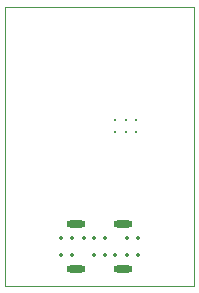
<source format=gm1>
%TF.GenerationSoftware,KiCad,Pcbnew,8.0.6*%
%TF.CreationDate,2024-10-29T18:21:18+01:00*%
%TF.ProjectId,openWifiDecoder,6f70656e-5769-4666-9944-65636f646572,rev?*%
%TF.SameCoordinates,Original*%
%TF.FileFunction,Profile,NP*%
%FSLAX46Y46*%
G04 Gerber Fmt 4.6, Leading zero omitted, Abs format (unit mm)*
G04 Created by KiCad (PCBNEW 8.0.6) date 2024-10-29 18:21:18*
%MOMM*%
%LPD*%
G01*
G04 APERTURE LIST*
%TA.AperFunction,Profile*%
%ADD10C,0.050000*%
%TD*%
%ADD11O,1.610000X0.610000*%
%ADD12C,0.350000*%
%ADD13C,0.300000*%
G04 APERTURE END LIST*
D10*
X94500000Y-64000000D02*
X110500000Y-64000000D01*
X110500000Y-87600000D01*
X94500000Y-87600000D01*
X94500000Y-64000000D01*
D11*
X100500000Y-82350000D03*
X104500000Y-82350000D03*
X100500000Y-86210000D03*
X104500000Y-86210000D03*
D12*
X105750000Y-85000000D03*
X104800000Y-85000000D03*
X103850000Y-85000000D03*
X102950000Y-85000000D03*
X102050000Y-85000000D03*
X100200000Y-85000000D03*
X99250000Y-85000000D03*
X99250000Y-83560000D03*
X100200000Y-83560000D03*
X101150000Y-83560000D03*
X102050000Y-83560000D03*
X102950000Y-83560000D03*
X104800000Y-83560000D03*
X105750000Y-83560000D03*
D13*
X103800000Y-73600000D03*
X103800000Y-74600000D03*
X104700000Y-73600000D03*
X104700000Y-74600000D03*
X105600000Y-73600000D03*
X105600000Y-74600000D03*
M02*

</source>
